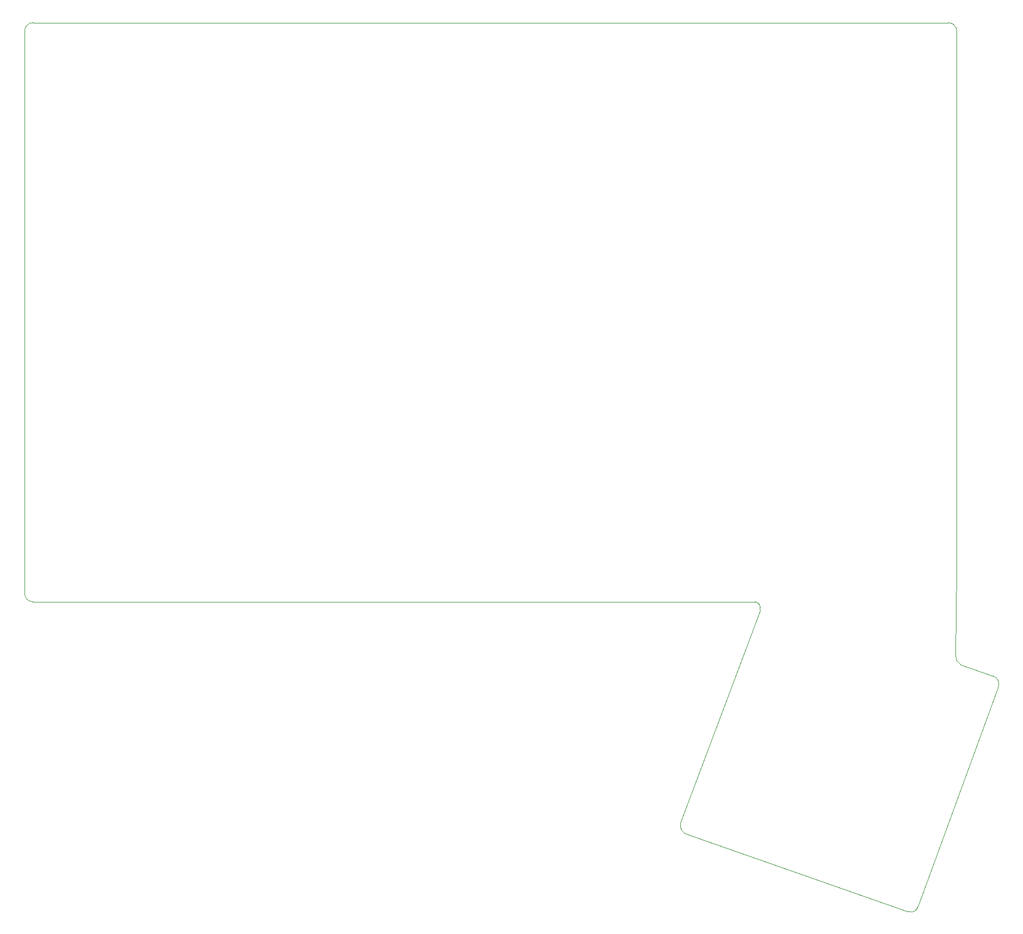
<source format=gm1>
%TF.GenerationSoftware,KiCad,Pcbnew,6.99.0-dfdedfa605*%
%TF.CreationDate,2022-05-26T14:32:38+01:00*%
%TF.ProjectId,keyboard-left,6b657962-6f61-4726-942d-6c6566742e6b,dev-1*%
%TF.SameCoordinates,Original*%
%TF.FileFunction,Profile,NP*%
%FSLAX46Y46*%
G04 Gerber Fmt 4.6, Leading zero omitted, Abs format (unit mm)*
G04 Created by KiCad (PCBNEW 6.99.0-dfdedfa605) date 2022-05-26 14:32:38*
%MOMM*%
%LPD*%
G01*
G04 APERTURE LIST*
%TA.AperFunction,Profile*%
%ADD10C,0.100000*%
%TD*%
G04 APERTURE END LIST*
D10*
X172466011Y-126492000D02*
G75*
G03*
X173228000Y-127796710I1469389J-16700D01*
G01*
X171348400Y-28143200D02*
X170078400Y-28143200D01*
X166624000Y-165388710D02*
X179070000Y-131352710D01*
X172618400Y-96215200D02*
X172618400Y-29413200D01*
X172618400Y-29413200D02*
G75*
G03*
X171348400Y-28143200I-1270000J0D01*
G01*
X170078400Y-28143200D02*
X29108400Y-28143200D01*
X172618400Y-96215200D02*
X172618400Y-112979200D01*
X172618400Y-112979200D02*
X172466000Y-126492000D01*
X130302000Y-153958710D02*
X165100000Y-166150710D01*
X29108400Y-28143200D02*
G75*
G03*
X27838400Y-29413200I0J-1270000D01*
G01*
X27838400Y-29413200D02*
X27838400Y-116789200D01*
X165099977Y-166150765D02*
G75*
G03*
X166623998Y-165388710I435423J1034165D01*
G01*
X142082136Y-119329197D02*
G75*
G03*
X141320147Y-118059200I-946336J295797D01*
G01*
X27838400Y-116789200D02*
G75*
G03*
X29108400Y-118059200I1270000J0D01*
G01*
X29108400Y-118059200D02*
X141320147Y-118059200D01*
X173228000Y-127796710D02*
X178308000Y-129574710D01*
X142082147Y-119329200D02*
X129794000Y-152180710D01*
X179070022Y-131352719D02*
G75*
G03*
X178308000Y-129574711I-1239622J521019D01*
G01*
X129793974Y-152180699D02*
G75*
G03*
X130302000Y-153958709I1402326J-560901D01*
G01*
M02*

</source>
